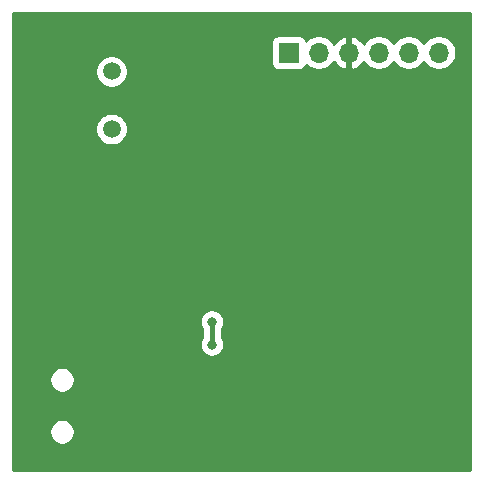
<source format=gbr>
G04 #@! TF.GenerationSoftware,KiCad,Pcbnew,5.1.5-52549c5~84~ubuntu18.04.1*
G04 #@! TF.CreationDate,2020-01-28T09:19:52+01:00*
G04 #@! TF.ProjectId,lab1,6c616231-2e6b-4696-9361-645f70636258,rev?*
G04 #@! TF.SameCoordinates,Original*
G04 #@! TF.FileFunction,Copper,L2,Bot*
G04 #@! TF.FilePolarity,Positive*
%FSLAX46Y46*%
G04 Gerber Fmt 4.6, Leading zero omitted, Abs format (unit mm)*
G04 Created by KiCad (PCBNEW 5.1.5-52549c5~84~ubuntu18.04.1) date 2020-01-28 09:19:52*
%MOMM*%
%LPD*%
G04 APERTURE LIST*
%ADD10R,1.700000X1.700000*%
%ADD11O,1.700000X1.700000*%
%ADD12C,1.500000*%
%ADD13C,0.800000*%
%ADD14C,0.400000*%
%ADD15C,0.254000*%
G04 APERTURE END LIST*
D10*
X214000000Y-40700000D03*
D11*
X216540000Y-40700000D03*
X219080000Y-40700000D03*
X221620000Y-40700000D03*
X224160000Y-40700000D03*
X226700000Y-40700000D03*
D12*
X199000000Y-47174999D03*
X199000000Y-42294999D03*
D13*
X207500000Y-63475000D03*
X207500000Y-65425000D03*
D14*
X207500000Y-65400000D02*
X207500000Y-65425000D01*
X207500000Y-63475000D02*
X207500000Y-65400000D01*
D15*
G36*
X229340001Y-76040000D02*
G01*
X190660000Y-76040000D01*
X190660000Y-72693137D01*
X193715000Y-72693137D01*
X193715000Y-72906863D01*
X193756696Y-73116483D01*
X193838485Y-73313940D01*
X193957225Y-73491647D01*
X194108353Y-73642775D01*
X194286060Y-73761515D01*
X194483517Y-73843304D01*
X194693137Y-73885000D01*
X194906863Y-73885000D01*
X195116483Y-73843304D01*
X195313940Y-73761515D01*
X195491647Y-73642775D01*
X195642775Y-73491647D01*
X195761515Y-73313940D01*
X195843304Y-73116483D01*
X195885000Y-72906863D01*
X195885000Y-72693137D01*
X195843304Y-72483517D01*
X195761515Y-72286060D01*
X195642775Y-72108353D01*
X195491647Y-71957225D01*
X195313940Y-71838485D01*
X195116483Y-71756696D01*
X194906863Y-71715000D01*
X194693137Y-71715000D01*
X194483517Y-71756696D01*
X194286060Y-71838485D01*
X194108353Y-71957225D01*
X193957225Y-72108353D01*
X193838485Y-72286060D01*
X193756696Y-72483517D01*
X193715000Y-72693137D01*
X190660000Y-72693137D01*
X190660000Y-68293137D01*
X193715000Y-68293137D01*
X193715000Y-68506863D01*
X193756696Y-68716483D01*
X193838485Y-68913940D01*
X193957225Y-69091647D01*
X194108353Y-69242775D01*
X194286060Y-69361515D01*
X194483517Y-69443304D01*
X194693137Y-69485000D01*
X194906863Y-69485000D01*
X195116483Y-69443304D01*
X195313940Y-69361515D01*
X195491647Y-69242775D01*
X195642775Y-69091647D01*
X195761515Y-68913940D01*
X195843304Y-68716483D01*
X195885000Y-68506863D01*
X195885000Y-68293137D01*
X195843304Y-68083517D01*
X195761515Y-67886060D01*
X195642775Y-67708353D01*
X195491647Y-67557225D01*
X195313940Y-67438485D01*
X195116483Y-67356696D01*
X194906863Y-67315000D01*
X194693137Y-67315000D01*
X194483517Y-67356696D01*
X194286060Y-67438485D01*
X194108353Y-67557225D01*
X193957225Y-67708353D01*
X193838485Y-67886060D01*
X193756696Y-68083517D01*
X193715000Y-68293137D01*
X190660000Y-68293137D01*
X190660000Y-63373061D01*
X206465000Y-63373061D01*
X206465000Y-63576939D01*
X206504774Y-63776898D01*
X206582795Y-63965256D01*
X206665000Y-64088285D01*
X206665001Y-64811714D01*
X206582795Y-64934744D01*
X206504774Y-65123102D01*
X206465000Y-65323061D01*
X206465000Y-65526939D01*
X206504774Y-65726898D01*
X206582795Y-65915256D01*
X206696063Y-66084774D01*
X206840226Y-66228937D01*
X207009744Y-66342205D01*
X207198102Y-66420226D01*
X207398061Y-66460000D01*
X207601939Y-66460000D01*
X207801898Y-66420226D01*
X207990256Y-66342205D01*
X208159774Y-66228937D01*
X208303937Y-66084774D01*
X208417205Y-65915256D01*
X208495226Y-65726898D01*
X208535000Y-65526939D01*
X208535000Y-65323061D01*
X208495226Y-65123102D01*
X208417205Y-64934744D01*
X208335000Y-64811715D01*
X208335000Y-64088285D01*
X208417205Y-63965256D01*
X208495226Y-63776898D01*
X208535000Y-63576939D01*
X208535000Y-63373061D01*
X208495226Y-63173102D01*
X208417205Y-62984744D01*
X208303937Y-62815226D01*
X208159774Y-62671063D01*
X207990256Y-62557795D01*
X207801898Y-62479774D01*
X207601939Y-62440000D01*
X207398061Y-62440000D01*
X207198102Y-62479774D01*
X207009744Y-62557795D01*
X206840226Y-62671063D01*
X206696063Y-62815226D01*
X206582795Y-62984744D01*
X206504774Y-63173102D01*
X206465000Y-63373061D01*
X190660000Y-63373061D01*
X190660000Y-47038588D01*
X197615000Y-47038588D01*
X197615000Y-47311410D01*
X197668225Y-47578988D01*
X197772629Y-47831042D01*
X197924201Y-48057885D01*
X198117114Y-48250798D01*
X198343957Y-48402370D01*
X198596011Y-48506774D01*
X198863589Y-48559999D01*
X199136411Y-48559999D01*
X199403989Y-48506774D01*
X199656043Y-48402370D01*
X199882886Y-48250798D01*
X200075799Y-48057885D01*
X200227371Y-47831042D01*
X200331775Y-47578988D01*
X200385000Y-47311410D01*
X200385000Y-47038588D01*
X200331775Y-46771010D01*
X200227371Y-46518956D01*
X200075799Y-46292113D01*
X199882886Y-46099200D01*
X199656043Y-45947628D01*
X199403989Y-45843224D01*
X199136411Y-45789999D01*
X198863589Y-45789999D01*
X198596011Y-45843224D01*
X198343957Y-45947628D01*
X198117114Y-46099200D01*
X197924201Y-46292113D01*
X197772629Y-46518956D01*
X197668225Y-46771010D01*
X197615000Y-47038588D01*
X190660000Y-47038588D01*
X190660000Y-42158588D01*
X197615000Y-42158588D01*
X197615000Y-42431410D01*
X197668225Y-42698988D01*
X197772629Y-42951042D01*
X197924201Y-43177885D01*
X198117114Y-43370798D01*
X198343957Y-43522370D01*
X198596011Y-43626774D01*
X198863589Y-43679999D01*
X199136411Y-43679999D01*
X199403989Y-43626774D01*
X199656043Y-43522370D01*
X199882886Y-43370798D01*
X200075799Y-43177885D01*
X200227371Y-42951042D01*
X200331775Y-42698988D01*
X200385000Y-42431410D01*
X200385000Y-42158588D01*
X200331775Y-41891010D01*
X200227371Y-41638956D01*
X200075799Y-41412113D01*
X199882886Y-41219200D01*
X199656043Y-41067628D01*
X199403989Y-40963224D01*
X199136411Y-40909999D01*
X198863589Y-40909999D01*
X198596011Y-40963224D01*
X198343957Y-41067628D01*
X198117114Y-41219200D01*
X197924201Y-41412113D01*
X197772629Y-41638956D01*
X197668225Y-41891010D01*
X197615000Y-42158588D01*
X190660000Y-42158588D01*
X190660000Y-39850000D01*
X212511928Y-39850000D01*
X212511928Y-41550000D01*
X212524188Y-41674482D01*
X212560498Y-41794180D01*
X212619463Y-41904494D01*
X212698815Y-42001185D01*
X212795506Y-42080537D01*
X212905820Y-42139502D01*
X213025518Y-42175812D01*
X213150000Y-42188072D01*
X214850000Y-42188072D01*
X214974482Y-42175812D01*
X215094180Y-42139502D01*
X215204494Y-42080537D01*
X215301185Y-42001185D01*
X215380537Y-41904494D01*
X215439502Y-41794180D01*
X215461513Y-41721620D01*
X215593368Y-41853475D01*
X215836589Y-42015990D01*
X216106842Y-42127932D01*
X216393740Y-42185000D01*
X216686260Y-42185000D01*
X216973158Y-42127932D01*
X217243411Y-42015990D01*
X217486632Y-41853475D01*
X217693475Y-41646632D01*
X217815195Y-41464466D01*
X217884822Y-41581355D01*
X218079731Y-41797588D01*
X218313080Y-41971641D01*
X218575901Y-42096825D01*
X218723110Y-42141476D01*
X218953000Y-42020155D01*
X218953000Y-40827000D01*
X218933000Y-40827000D01*
X218933000Y-40573000D01*
X218953000Y-40573000D01*
X218953000Y-39379845D01*
X219207000Y-39379845D01*
X219207000Y-40573000D01*
X219227000Y-40573000D01*
X219227000Y-40827000D01*
X219207000Y-40827000D01*
X219207000Y-42020155D01*
X219436890Y-42141476D01*
X219584099Y-42096825D01*
X219846920Y-41971641D01*
X220080269Y-41797588D01*
X220275178Y-41581355D01*
X220344805Y-41464466D01*
X220466525Y-41646632D01*
X220673368Y-41853475D01*
X220916589Y-42015990D01*
X221186842Y-42127932D01*
X221473740Y-42185000D01*
X221766260Y-42185000D01*
X222053158Y-42127932D01*
X222323411Y-42015990D01*
X222566632Y-41853475D01*
X222773475Y-41646632D01*
X222890000Y-41472240D01*
X223006525Y-41646632D01*
X223213368Y-41853475D01*
X223456589Y-42015990D01*
X223726842Y-42127932D01*
X224013740Y-42185000D01*
X224306260Y-42185000D01*
X224593158Y-42127932D01*
X224863411Y-42015990D01*
X225106632Y-41853475D01*
X225313475Y-41646632D01*
X225430000Y-41472240D01*
X225546525Y-41646632D01*
X225753368Y-41853475D01*
X225996589Y-42015990D01*
X226266842Y-42127932D01*
X226553740Y-42185000D01*
X226846260Y-42185000D01*
X227133158Y-42127932D01*
X227403411Y-42015990D01*
X227646632Y-41853475D01*
X227853475Y-41646632D01*
X228015990Y-41403411D01*
X228127932Y-41133158D01*
X228185000Y-40846260D01*
X228185000Y-40553740D01*
X228127932Y-40266842D01*
X228015990Y-39996589D01*
X227853475Y-39753368D01*
X227646632Y-39546525D01*
X227403411Y-39384010D01*
X227133158Y-39272068D01*
X226846260Y-39215000D01*
X226553740Y-39215000D01*
X226266842Y-39272068D01*
X225996589Y-39384010D01*
X225753368Y-39546525D01*
X225546525Y-39753368D01*
X225430000Y-39927760D01*
X225313475Y-39753368D01*
X225106632Y-39546525D01*
X224863411Y-39384010D01*
X224593158Y-39272068D01*
X224306260Y-39215000D01*
X224013740Y-39215000D01*
X223726842Y-39272068D01*
X223456589Y-39384010D01*
X223213368Y-39546525D01*
X223006525Y-39753368D01*
X222890000Y-39927760D01*
X222773475Y-39753368D01*
X222566632Y-39546525D01*
X222323411Y-39384010D01*
X222053158Y-39272068D01*
X221766260Y-39215000D01*
X221473740Y-39215000D01*
X221186842Y-39272068D01*
X220916589Y-39384010D01*
X220673368Y-39546525D01*
X220466525Y-39753368D01*
X220344805Y-39935534D01*
X220275178Y-39818645D01*
X220080269Y-39602412D01*
X219846920Y-39428359D01*
X219584099Y-39303175D01*
X219436890Y-39258524D01*
X219207000Y-39379845D01*
X218953000Y-39379845D01*
X218723110Y-39258524D01*
X218575901Y-39303175D01*
X218313080Y-39428359D01*
X218079731Y-39602412D01*
X217884822Y-39818645D01*
X217815195Y-39935534D01*
X217693475Y-39753368D01*
X217486632Y-39546525D01*
X217243411Y-39384010D01*
X216973158Y-39272068D01*
X216686260Y-39215000D01*
X216393740Y-39215000D01*
X216106842Y-39272068D01*
X215836589Y-39384010D01*
X215593368Y-39546525D01*
X215461513Y-39678380D01*
X215439502Y-39605820D01*
X215380537Y-39495506D01*
X215301185Y-39398815D01*
X215204494Y-39319463D01*
X215094180Y-39260498D01*
X214974482Y-39224188D01*
X214850000Y-39211928D01*
X213150000Y-39211928D01*
X213025518Y-39224188D01*
X212905820Y-39260498D01*
X212795506Y-39319463D01*
X212698815Y-39398815D01*
X212619463Y-39495506D01*
X212560498Y-39605820D01*
X212524188Y-39725518D01*
X212511928Y-39850000D01*
X190660000Y-39850000D01*
X190660000Y-37360000D01*
X229340000Y-37360000D01*
X229340001Y-76040000D01*
G37*
X229340001Y-76040000D02*
X190660000Y-76040000D01*
X190660000Y-72693137D01*
X193715000Y-72693137D01*
X193715000Y-72906863D01*
X193756696Y-73116483D01*
X193838485Y-73313940D01*
X193957225Y-73491647D01*
X194108353Y-73642775D01*
X194286060Y-73761515D01*
X194483517Y-73843304D01*
X194693137Y-73885000D01*
X194906863Y-73885000D01*
X195116483Y-73843304D01*
X195313940Y-73761515D01*
X195491647Y-73642775D01*
X195642775Y-73491647D01*
X195761515Y-73313940D01*
X195843304Y-73116483D01*
X195885000Y-72906863D01*
X195885000Y-72693137D01*
X195843304Y-72483517D01*
X195761515Y-72286060D01*
X195642775Y-72108353D01*
X195491647Y-71957225D01*
X195313940Y-71838485D01*
X195116483Y-71756696D01*
X194906863Y-71715000D01*
X194693137Y-71715000D01*
X194483517Y-71756696D01*
X194286060Y-71838485D01*
X194108353Y-71957225D01*
X193957225Y-72108353D01*
X193838485Y-72286060D01*
X193756696Y-72483517D01*
X193715000Y-72693137D01*
X190660000Y-72693137D01*
X190660000Y-68293137D01*
X193715000Y-68293137D01*
X193715000Y-68506863D01*
X193756696Y-68716483D01*
X193838485Y-68913940D01*
X193957225Y-69091647D01*
X194108353Y-69242775D01*
X194286060Y-69361515D01*
X194483517Y-69443304D01*
X194693137Y-69485000D01*
X194906863Y-69485000D01*
X195116483Y-69443304D01*
X195313940Y-69361515D01*
X195491647Y-69242775D01*
X195642775Y-69091647D01*
X195761515Y-68913940D01*
X195843304Y-68716483D01*
X195885000Y-68506863D01*
X195885000Y-68293137D01*
X195843304Y-68083517D01*
X195761515Y-67886060D01*
X195642775Y-67708353D01*
X195491647Y-67557225D01*
X195313940Y-67438485D01*
X195116483Y-67356696D01*
X194906863Y-67315000D01*
X194693137Y-67315000D01*
X194483517Y-67356696D01*
X194286060Y-67438485D01*
X194108353Y-67557225D01*
X193957225Y-67708353D01*
X193838485Y-67886060D01*
X193756696Y-68083517D01*
X193715000Y-68293137D01*
X190660000Y-68293137D01*
X190660000Y-63373061D01*
X206465000Y-63373061D01*
X206465000Y-63576939D01*
X206504774Y-63776898D01*
X206582795Y-63965256D01*
X206665000Y-64088285D01*
X206665001Y-64811714D01*
X206582795Y-64934744D01*
X206504774Y-65123102D01*
X206465000Y-65323061D01*
X206465000Y-65526939D01*
X206504774Y-65726898D01*
X206582795Y-65915256D01*
X206696063Y-66084774D01*
X206840226Y-66228937D01*
X207009744Y-66342205D01*
X207198102Y-66420226D01*
X207398061Y-66460000D01*
X207601939Y-66460000D01*
X207801898Y-66420226D01*
X207990256Y-66342205D01*
X208159774Y-66228937D01*
X208303937Y-66084774D01*
X208417205Y-65915256D01*
X208495226Y-65726898D01*
X208535000Y-65526939D01*
X208535000Y-65323061D01*
X208495226Y-65123102D01*
X208417205Y-64934744D01*
X208335000Y-64811715D01*
X208335000Y-64088285D01*
X208417205Y-63965256D01*
X208495226Y-63776898D01*
X208535000Y-63576939D01*
X208535000Y-63373061D01*
X208495226Y-63173102D01*
X208417205Y-62984744D01*
X208303937Y-62815226D01*
X208159774Y-62671063D01*
X207990256Y-62557795D01*
X207801898Y-62479774D01*
X207601939Y-62440000D01*
X207398061Y-62440000D01*
X207198102Y-62479774D01*
X207009744Y-62557795D01*
X206840226Y-62671063D01*
X206696063Y-62815226D01*
X206582795Y-62984744D01*
X206504774Y-63173102D01*
X206465000Y-63373061D01*
X190660000Y-63373061D01*
X190660000Y-47038588D01*
X197615000Y-47038588D01*
X197615000Y-47311410D01*
X197668225Y-47578988D01*
X197772629Y-47831042D01*
X197924201Y-48057885D01*
X198117114Y-48250798D01*
X198343957Y-48402370D01*
X198596011Y-48506774D01*
X198863589Y-48559999D01*
X199136411Y-48559999D01*
X199403989Y-48506774D01*
X199656043Y-48402370D01*
X199882886Y-48250798D01*
X200075799Y-48057885D01*
X200227371Y-47831042D01*
X200331775Y-47578988D01*
X200385000Y-47311410D01*
X200385000Y-47038588D01*
X200331775Y-46771010D01*
X200227371Y-46518956D01*
X200075799Y-46292113D01*
X199882886Y-46099200D01*
X199656043Y-45947628D01*
X199403989Y-45843224D01*
X199136411Y-45789999D01*
X198863589Y-45789999D01*
X198596011Y-45843224D01*
X198343957Y-45947628D01*
X198117114Y-46099200D01*
X197924201Y-46292113D01*
X197772629Y-46518956D01*
X197668225Y-46771010D01*
X197615000Y-47038588D01*
X190660000Y-47038588D01*
X190660000Y-42158588D01*
X197615000Y-42158588D01*
X197615000Y-42431410D01*
X197668225Y-42698988D01*
X197772629Y-42951042D01*
X197924201Y-43177885D01*
X198117114Y-43370798D01*
X198343957Y-43522370D01*
X198596011Y-43626774D01*
X198863589Y-43679999D01*
X199136411Y-43679999D01*
X199403989Y-43626774D01*
X199656043Y-43522370D01*
X199882886Y-43370798D01*
X200075799Y-43177885D01*
X200227371Y-42951042D01*
X200331775Y-42698988D01*
X200385000Y-42431410D01*
X200385000Y-42158588D01*
X200331775Y-41891010D01*
X200227371Y-41638956D01*
X200075799Y-41412113D01*
X199882886Y-41219200D01*
X199656043Y-41067628D01*
X199403989Y-40963224D01*
X199136411Y-40909999D01*
X198863589Y-40909999D01*
X198596011Y-40963224D01*
X198343957Y-41067628D01*
X198117114Y-41219200D01*
X197924201Y-41412113D01*
X197772629Y-41638956D01*
X197668225Y-41891010D01*
X197615000Y-42158588D01*
X190660000Y-42158588D01*
X190660000Y-39850000D01*
X212511928Y-39850000D01*
X212511928Y-41550000D01*
X212524188Y-41674482D01*
X212560498Y-41794180D01*
X212619463Y-41904494D01*
X212698815Y-42001185D01*
X212795506Y-42080537D01*
X212905820Y-42139502D01*
X213025518Y-42175812D01*
X213150000Y-42188072D01*
X214850000Y-42188072D01*
X214974482Y-42175812D01*
X215094180Y-42139502D01*
X215204494Y-42080537D01*
X215301185Y-42001185D01*
X215380537Y-41904494D01*
X215439502Y-41794180D01*
X215461513Y-41721620D01*
X215593368Y-41853475D01*
X215836589Y-42015990D01*
X216106842Y-42127932D01*
X216393740Y-42185000D01*
X216686260Y-42185000D01*
X216973158Y-42127932D01*
X217243411Y-42015990D01*
X217486632Y-41853475D01*
X217693475Y-41646632D01*
X217815195Y-41464466D01*
X217884822Y-41581355D01*
X218079731Y-41797588D01*
X218313080Y-41971641D01*
X218575901Y-42096825D01*
X218723110Y-42141476D01*
X218953000Y-42020155D01*
X218953000Y-40827000D01*
X218933000Y-40827000D01*
X218933000Y-40573000D01*
X218953000Y-40573000D01*
X218953000Y-39379845D01*
X219207000Y-39379845D01*
X219207000Y-40573000D01*
X219227000Y-40573000D01*
X219227000Y-40827000D01*
X219207000Y-40827000D01*
X219207000Y-42020155D01*
X219436890Y-42141476D01*
X219584099Y-42096825D01*
X219846920Y-41971641D01*
X220080269Y-41797588D01*
X220275178Y-41581355D01*
X220344805Y-41464466D01*
X220466525Y-41646632D01*
X220673368Y-41853475D01*
X220916589Y-42015990D01*
X221186842Y-42127932D01*
X221473740Y-42185000D01*
X221766260Y-42185000D01*
X222053158Y-42127932D01*
X222323411Y-42015990D01*
X222566632Y-41853475D01*
X222773475Y-41646632D01*
X222890000Y-41472240D01*
X223006525Y-41646632D01*
X223213368Y-41853475D01*
X223456589Y-42015990D01*
X223726842Y-42127932D01*
X224013740Y-42185000D01*
X224306260Y-42185000D01*
X224593158Y-42127932D01*
X224863411Y-42015990D01*
X225106632Y-41853475D01*
X225313475Y-41646632D01*
X225430000Y-41472240D01*
X225546525Y-41646632D01*
X225753368Y-41853475D01*
X225996589Y-42015990D01*
X226266842Y-42127932D01*
X226553740Y-42185000D01*
X226846260Y-42185000D01*
X227133158Y-42127932D01*
X227403411Y-42015990D01*
X227646632Y-41853475D01*
X227853475Y-41646632D01*
X228015990Y-41403411D01*
X228127932Y-41133158D01*
X228185000Y-40846260D01*
X228185000Y-40553740D01*
X228127932Y-40266842D01*
X228015990Y-39996589D01*
X227853475Y-39753368D01*
X227646632Y-39546525D01*
X227403411Y-39384010D01*
X227133158Y-39272068D01*
X226846260Y-39215000D01*
X226553740Y-39215000D01*
X226266842Y-39272068D01*
X225996589Y-39384010D01*
X225753368Y-39546525D01*
X225546525Y-39753368D01*
X225430000Y-39927760D01*
X225313475Y-39753368D01*
X225106632Y-39546525D01*
X224863411Y-39384010D01*
X224593158Y-39272068D01*
X224306260Y-39215000D01*
X224013740Y-39215000D01*
X223726842Y-39272068D01*
X223456589Y-39384010D01*
X223213368Y-39546525D01*
X223006525Y-39753368D01*
X222890000Y-39927760D01*
X222773475Y-39753368D01*
X222566632Y-39546525D01*
X222323411Y-39384010D01*
X222053158Y-39272068D01*
X221766260Y-39215000D01*
X221473740Y-39215000D01*
X221186842Y-39272068D01*
X220916589Y-39384010D01*
X220673368Y-39546525D01*
X220466525Y-39753368D01*
X220344805Y-39935534D01*
X220275178Y-39818645D01*
X220080269Y-39602412D01*
X219846920Y-39428359D01*
X219584099Y-39303175D01*
X219436890Y-39258524D01*
X219207000Y-39379845D01*
X218953000Y-39379845D01*
X218723110Y-39258524D01*
X218575901Y-39303175D01*
X218313080Y-39428359D01*
X218079731Y-39602412D01*
X217884822Y-39818645D01*
X217815195Y-39935534D01*
X217693475Y-39753368D01*
X217486632Y-39546525D01*
X217243411Y-39384010D01*
X216973158Y-39272068D01*
X216686260Y-39215000D01*
X216393740Y-39215000D01*
X216106842Y-39272068D01*
X215836589Y-39384010D01*
X215593368Y-39546525D01*
X215461513Y-39678380D01*
X215439502Y-39605820D01*
X215380537Y-39495506D01*
X215301185Y-39398815D01*
X215204494Y-39319463D01*
X215094180Y-39260498D01*
X214974482Y-39224188D01*
X214850000Y-39211928D01*
X213150000Y-39211928D01*
X213025518Y-39224188D01*
X212905820Y-39260498D01*
X212795506Y-39319463D01*
X212698815Y-39398815D01*
X212619463Y-39495506D01*
X212560498Y-39605820D01*
X212524188Y-39725518D01*
X212511928Y-39850000D01*
X190660000Y-39850000D01*
X190660000Y-37360000D01*
X229340000Y-37360000D01*
X229340001Y-76040000D01*
M02*

</source>
